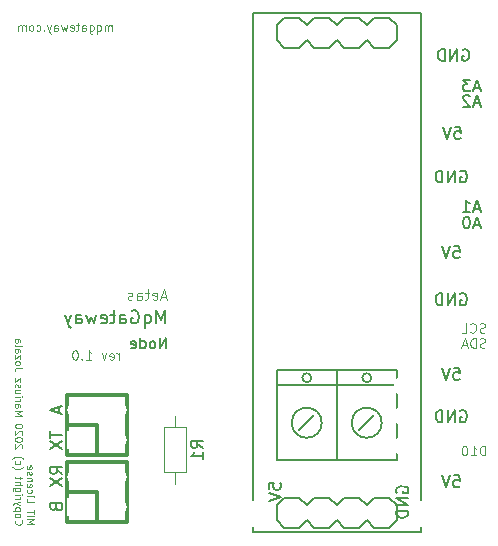
<source format=gbr>
%TF.GenerationSoftware,KiCad,Pcbnew,5.1.9-73d0e3b20d~88~ubuntu20.04.1*%
%TF.CreationDate,2021-04-29T00:31:08+02:00*%
%TF.ProjectId,Node,4e6f6465-2e6b-4696-9361-645f70636258,rev?*%
%TF.SameCoordinates,Original*%
%TF.FileFunction,Legend,Bot*%
%TF.FilePolarity,Positive*%
%FSLAX46Y46*%
G04 Gerber Fmt 4.6, Leading zero omitted, Abs format (unit mm)*
G04 Created by KiCad (PCBNEW 5.1.9-73d0e3b20d~88~ubuntu20.04.1) date 2021-04-29 00:31:08*
%MOMM*%
%LPD*%
G01*
G04 APERTURE LIST*
%ADD10C,0.090000*%
%ADD11C,0.120000*%
%ADD12C,0.100000*%
%ADD13C,0.170000*%
%ADD14C,0.130000*%
%ADD15C,0.304800*%
%ADD16C,0.127000*%
%ADD17C,0.150000*%
%ADD18O,1.400000X1.400000*%
%ADD19C,1.400000*%
%ADD20R,1.998980X1.524000*%
%ADD21O,1.998980X1.524000*%
%ADD22C,3.200000*%
%ADD23R,1.500000X1.500000*%
%ADD24C,1.500000*%
%ADD25R,1.524000X2.199640*%
%ADD26O,1.524000X2.199640*%
%ADD27O,1.300000X0.800000*%
%ADD28C,1.711200*%
%ADD29R,1.905000X2.000000*%
%ADD30O,1.905000X2.000000*%
%ADD31C,1.727200*%
%ADD32R,1.727200X1.727200*%
G04 APERTURE END LIST*
D10*
X101750000Y-86216666D02*
X101750000Y-85750000D01*
X101750000Y-85816666D02*
X101716666Y-85783333D01*
X101650000Y-85750000D01*
X101550000Y-85750000D01*
X101483333Y-85783333D01*
X101450000Y-85850000D01*
X101450000Y-86216666D01*
X101450000Y-85850000D02*
X101416666Y-85783333D01*
X101350000Y-85750000D01*
X101250000Y-85750000D01*
X101183333Y-85783333D01*
X101150000Y-85850000D01*
X101150000Y-86216666D01*
X100516666Y-85750000D02*
X100516666Y-86450000D01*
X100516666Y-86183333D02*
X100583333Y-86216666D01*
X100716666Y-86216666D01*
X100783333Y-86183333D01*
X100816666Y-86150000D01*
X100850000Y-86083333D01*
X100850000Y-85883333D01*
X100816666Y-85816666D01*
X100783333Y-85783333D01*
X100716666Y-85750000D01*
X100583333Y-85750000D01*
X100516666Y-85783333D01*
X99883333Y-85750000D02*
X99883333Y-86316666D01*
X99916666Y-86383333D01*
X99950000Y-86416666D01*
X100016666Y-86450000D01*
X100116666Y-86450000D01*
X100183333Y-86416666D01*
X99883333Y-86183333D02*
X99950000Y-86216666D01*
X100083333Y-86216666D01*
X100150000Y-86183333D01*
X100183333Y-86150000D01*
X100216666Y-86083333D01*
X100216666Y-85883333D01*
X100183333Y-85816666D01*
X100150000Y-85783333D01*
X100083333Y-85750000D01*
X99950000Y-85750000D01*
X99883333Y-85783333D01*
X99250000Y-86216666D02*
X99250000Y-85850000D01*
X99283333Y-85783333D01*
X99350000Y-85750000D01*
X99483333Y-85750000D01*
X99550000Y-85783333D01*
X99250000Y-86183333D02*
X99316666Y-86216666D01*
X99483333Y-86216666D01*
X99550000Y-86183333D01*
X99583333Y-86116666D01*
X99583333Y-86050000D01*
X99550000Y-85983333D01*
X99483333Y-85950000D01*
X99316666Y-85950000D01*
X99250000Y-85916666D01*
X99016666Y-85750000D02*
X98750000Y-85750000D01*
X98916666Y-85516666D02*
X98916666Y-86116666D01*
X98883333Y-86183333D01*
X98816666Y-86216666D01*
X98750000Y-86216666D01*
X98250000Y-86183333D02*
X98316666Y-86216666D01*
X98450000Y-86216666D01*
X98516666Y-86183333D01*
X98550000Y-86116666D01*
X98550000Y-85850000D01*
X98516666Y-85783333D01*
X98450000Y-85750000D01*
X98316666Y-85750000D01*
X98250000Y-85783333D01*
X98216666Y-85850000D01*
X98216666Y-85916666D01*
X98550000Y-85983333D01*
X97983333Y-85750000D02*
X97850000Y-86216666D01*
X97716666Y-85883333D01*
X97583333Y-86216666D01*
X97450000Y-85750000D01*
X96883333Y-86216666D02*
X96883333Y-85850000D01*
X96916666Y-85783333D01*
X96983333Y-85750000D01*
X97116666Y-85750000D01*
X97183333Y-85783333D01*
X96883333Y-86183333D02*
X96950000Y-86216666D01*
X97116666Y-86216666D01*
X97183333Y-86183333D01*
X97216666Y-86116666D01*
X97216666Y-86050000D01*
X97183333Y-85983333D01*
X97116666Y-85950000D01*
X96950000Y-85950000D01*
X96883333Y-85916666D01*
X96616666Y-85750000D02*
X96450000Y-86216666D01*
X96283333Y-85750000D02*
X96450000Y-86216666D01*
X96516666Y-86383333D01*
X96550000Y-86416666D01*
X96616666Y-86450000D01*
X96016666Y-86150000D02*
X95983333Y-86183333D01*
X96016666Y-86216666D01*
X96050000Y-86183333D01*
X96016666Y-86150000D01*
X96016666Y-86216666D01*
X95383333Y-86183333D02*
X95450000Y-86216666D01*
X95583333Y-86216666D01*
X95650000Y-86183333D01*
X95683333Y-86150000D01*
X95716666Y-86083333D01*
X95716666Y-85883333D01*
X95683333Y-85816666D01*
X95650000Y-85783333D01*
X95583333Y-85750000D01*
X95450000Y-85750000D01*
X95383333Y-85783333D01*
X94983333Y-86216666D02*
X95050000Y-86183333D01*
X95083333Y-86150000D01*
X95116666Y-86083333D01*
X95116666Y-85883333D01*
X95083333Y-85816666D01*
X95050000Y-85783333D01*
X94983333Y-85750000D01*
X94883333Y-85750000D01*
X94816666Y-85783333D01*
X94783333Y-85816666D01*
X94750000Y-85883333D01*
X94750000Y-86083333D01*
X94783333Y-86150000D01*
X94816666Y-86183333D01*
X94883333Y-86216666D01*
X94983333Y-86216666D01*
X94450000Y-86216666D02*
X94450000Y-85750000D01*
X94450000Y-85816666D02*
X94416666Y-85783333D01*
X94350000Y-85750000D01*
X94250000Y-85750000D01*
X94183333Y-85783333D01*
X94150000Y-85850000D01*
X94150000Y-86216666D01*
X94150000Y-85850000D02*
X94116666Y-85783333D01*
X94050000Y-85750000D01*
X93950000Y-85750000D01*
X93883333Y-85783333D01*
X93850000Y-85850000D01*
X93850000Y-86216666D01*
D11*
X106375809Y-108750000D02*
X105947238Y-108750000D01*
X106461523Y-109007142D02*
X106161523Y-108107142D01*
X105861523Y-109007142D01*
X105218666Y-108964285D02*
X105304380Y-109007142D01*
X105475809Y-109007142D01*
X105561523Y-108964285D01*
X105604380Y-108878571D01*
X105604380Y-108535714D01*
X105561523Y-108450000D01*
X105475809Y-108407142D01*
X105304380Y-108407142D01*
X105218666Y-108450000D01*
X105175809Y-108535714D01*
X105175809Y-108621428D01*
X105604380Y-108707142D01*
X104918666Y-108407142D02*
X104575809Y-108407142D01*
X104790095Y-108107142D02*
X104790095Y-108878571D01*
X104747238Y-108964285D01*
X104661523Y-109007142D01*
X104575809Y-109007142D01*
X103890095Y-109007142D02*
X103890095Y-108535714D01*
X103932952Y-108450000D01*
X104018666Y-108407142D01*
X104190095Y-108407142D01*
X104275809Y-108450000D01*
X103890095Y-108964285D02*
X103975809Y-109007142D01*
X104190095Y-109007142D01*
X104275809Y-108964285D01*
X104318666Y-108878571D01*
X104318666Y-108792857D01*
X104275809Y-108707142D01*
X104190095Y-108664285D01*
X103975809Y-108664285D01*
X103890095Y-108621428D01*
X103504380Y-108964285D02*
X103418666Y-109007142D01*
X103247238Y-109007142D01*
X103161523Y-108964285D01*
X103118666Y-108878571D01*
X103118666Y-108835714D01*
X103161523Y-108750000D01*
X103247238Y-108707142D01*
X103375809Y-108707142D01*
X103461523Y-108664285D01*
X103504380Y-108578571D01*
X103504380Y-108535714D01*
X103461523Y-108450000D01*
X103375809Y-108407142D01*
X103247238Y-108407142D01*
X103161523Y-108450000D01*
D12*
X102379285Y-114061904D02*
X102379285Y-113528571D01*
X102379285Y-113680952D02*
X102341190Y-113604761D01*
X102303095Y-113566666D01*
X102226904Y-113528571D01*
X102150714Y-113528571D01*
X101579285Y-114023809D02*
X101655476Y-114061904D01*
X101807857Y-114061904D01*
X101884047Y-114023809D01*
X101922142Y-113947619D01*
X101922142Y-113642857D01*
X101884047Y-113566666D01*
X101807857Y-113528571D01*
X101655476Y-113528571D01*
X101579285Y-113566666D01*
X101541190Y-113642857D01*
X101541190Y-113719047D01*
X101922142Y-113795238D01*
X101274523Y-113528571D02*
X101084047Y-114061904D01*
X100893571Y-113528571D01*
X99560238Y-114061904D02*
X100017380Y-114061904D01*
X99788809Y-114061904D02*
X99788809Y-113261904D01*
X99865000Y-113376190D01*
X99941190Y-113452380D01*
X100017380Y-113490476D01*
X99217380Y-113985714D02*
X99179285Y-114023809D01*
X99217380Y-114061904D01*
X99255476Y-114023809D01*
X99217380Y-113985714D01*
X99217380Y-114061904D01*
X98684047Y-113261904D02*
X98607857Y-113261904D01*
X98531666Y-113300000D01*
X98493571Y-113338095D01*
X98455476Y-113414285D01*
X98417380Y-113566666D01*
X98417380Y-113757142D01*
X98455476Y-113909523D01*
X98493571Y-113985714D01*
X98531666Y-114023809D01*
X98607857Y-114061904D01*
X98684047Y-114061904D01*
X98760238Y-114023809D01*
X98798333Y-113985714D01*
X98836428Y-113909523D01*
X98874523Y-113757142D01*
X98874523Y-113566666D01*
X98836428Y-113414285D01*
X98798333Y-113338095D01*
X98760238Y-113300000D01*
X98684047Y-113261904D01*
D13*
X106252833Y-110997619D02*
X106252833Y-109897619D01*
X105886166Y-110683333D01*
X105519499Y-109897619D01*
X105519499Y-110997619D01*
X104524261Y-110264285D02*
X104524261Y-111364285D01*
X104524261Y-110945238D02*
X104629023Y-110997619D01*
X104838547Y-110997619D01*
X104943309Y-110945238D01*
X104995690Y-110892857D01*
X105048071Y-110788095D01*
X105048071Y-110473809D01*
X104995690Y-110369047D01*
X104943309Y-110316666D01*
X104838547Y-110264285D01*
X104629023Y-110264285D01*
X104524261Y-110316666D01*
X103424261Y-109950000D02*
X103529023Y-109897619D01*
X103686166Y-109897619D01*
X103843309Y-109950000D01*
X103948071Y-110054761D01*
X104000452Y-110159523D01*
X104052833Y-110369047D01*
X104052833Y-110526190D01*
X104000452Y-110735714D01*
X103948071Y-110840476D01*
X103843309Y-110945238D01*
X103686166Y-110997619D01*
X103581404Y-110997619D01*
X103424261Y-110945238D01*
X103371880Y-110892857D01*
X103371880Y-110526190D01*
X103581404Y-110526190D01*
X102429023Y-110997619D02*
X102429023Y-110421428D01*
X102481404Y-110316666D01*
X102586166Y-110264285D01*
X102795690Y-110264285D01*
X102900452Y-110316666D01*
X102429023Y-110945238D02*
X102533785Y-110997619D01*
X102795690Y-110997619D01*
X102900452Y-110945238D01*
X102952833Y-110840476D01*
X102952833Y-110735714D01*
X102900452Y-110630952D01*
X102795690Y-110578571D01*
X102533785Y-110578571D01*
X102429023Y-110526190D01*
X102062357Y-110264285D02*
X101643309Y-110264285D01*
X101905214Y-109897619D02*
X101905214Y-110840476D01*
X101852833Y-110945238D01*
X101748071Y-110997619D01*
X101643309Y-110997619D01*
X100857595Y-110945238D02*
X100962357Y-110997619D01*
X101171880Y-110997619D01*
X101276642Y-110945238D01*
X101329023Y-110840476D01*
X101329023Y-110421428D01*
X101276642Y-110316666D01*
X101171880Y-110264285D01*
X100962357Y-110264285D01*
X100857595Y-110316666D01*
X100805214Y-110421428D01*
X100805214Y-110526190D01*
X101329023Y-110630952D01*
X100438547Y-110264285D02*
X100229023Y-110997619D01*
X100019499Y-110473809D01*
X99809976Y-110997619D01*
X99600452Y-110264285D01*
X98709976Y-110997619D02*
X98709976Y-110421428D01*
X98762357Y-110316666D01*
X98867118Y-110264285D01*
X99076642Y-110264285D01*
X99181404Y-110316666D01*
X98709976Y-110945238D02*
X98814738Y-110997619D01*
X99076642Y-110997619D01*
X99181404Y-110945238D01*
X99233785Y-110840476D01*
X99233785Y-110735714D01*
X99181404Y-110630952D01*
X99076642Y-110578571D01*
X98814738Y-110578571D01*
X98709976Y-110526190D01*
X98290928Y-110264285D02*
X98029023Y-110997619D01*
X97767118Y-110264285D02*
X98029023Y-110997619D01*
X98133785Y-111259523D01*
X98186166Y-111311904D01*
X98290928Y-111364285D01*
D14*
X106326452Y-113107142D02*
X106326452Y-112207142D01*
X105812166Y-113107142D01*
X105812166Y-112207142D01*
X105255023Y-113107142D02*
X105340738Y-113064285D01*
X105383595Y-113021428D01*
X105426452Y-112935714D01*
X105426452Y-112678571D01*
X105383595Y-112592857D01*
X105340738Y-112550000D01*
X105255023Y-112507142D01*
X105126452Y-112507142D01*
X105040738Y-112550000D01*
X104997880Y-112592857D01*
X104955023Y-112678571D01*
X104955023Y-112935714D01*
X104997880Y-113021428D01*
X105040738Y-113064285D01*
X105126452Y-113107142D01*
X105255023Y-113107142D01*
X104183595Y-113107142D02*
X104183595Y-112207142D01*
X104183595Y-113064285D02*
X104269309Y-113107142D01*
X104440738Y-113107142D01*
X104526452Y-113064285D01*
X104569309Y-113021428D01*
X104612166Y-112935714D01*
X104612166Y-112678571D01*
X104569309Y-112592857D01*
X104526452Y-112550000D01*
X104440738Y-112507142D01*
X104269309Y-112507142D01*
X104183595Y-112550000D01*
X103412166Y-113064285D02*
X103497880Y-113107142D01*
X103669309Y-113107142D01*
X103755023Y-113064285D01*
X103797880Y-112978571D01*
X103797880Y-112635714D01*
X103755023Y-112550000D01*
X103669309Y-112507142D01*
X103497880Y-112507142D01*
X103412166Y-112550000D01*
X103369309Y-112635714D01*
X103369309Y-112721428D01*
X103797880Y-112807142D01*
D12*
X94571428Y-127992142D02*
X95171428Y-127992142D01*
X94742857Y-127792142D01*
X95171428Y-127592142D01*
X94571428Y-127592142D01*
X94571428Y-127306428D02*
X95171428Y-127306428D01*
X95171428Y-127106428D02*
X95171428Y-126763571D01*
X94571428Y-126935000D02*
X95171428Y-126935000D01*
X94571428Y-125820714D02*
X94571428Y-126106428D01*
X95171428Y-126106428D01*
X94571428Y-125620714D02*
X94971428Y-125620714D01*
X95171428Y-125620714D02*
X95142857Y-125649285D01*
X95114285Y-125620714D01*
X95142857Y-125592142D01*
X95171428Y-125620714D01*
X95114285Y-125620714D01*
X94599999Y-125077857D02*
X94571428Y-125135000D01*
X94571428Y-125249285D01*
X94599999Y-125306428D01*
X94628571Y-125335000D01*
X94685714Y-125363571D01*
X94857142Y-125363571D01*
X94914285Y-125335000D01*
X94942857Y-125306428D01*
X94971428Y-125249285D01*
X94971428Y-125135000D01*
X94942857Y-125077857D01*
X94599999Y-124592142D02*
X94571428Y-124649285D01*
X94571428Y-124763571D01*
X94599999Y-124820714D01*
X94657142Y-124849285D01*
X94885714Y-124849285D01*
X94942857Y-124820714D01*
X94971428Y-124763571D01*
X94971428Y-124649285D01*
X94942857Y-124592142D01*
X94885714Y-124563571D01*
X94828571Y-124563571D01*
X94771428Y-124849285D01*
X94971428Y-124306428D02*
X94571428Y-124306428D01*
X94914285Y-124306428D02*
X94942857Y-124277857D01*
X94971428Y-124220714D01*
X94971428Y-124135000D01*
X94942857Y-124077857D01*
X94885714Y-124049285D01*
X94571428Y-124049285D01*
X94599999Y-123792142D02*
X94571428Y-123735000D01*
X94571428Y-123620714D01*
X94599999Y-123563571D01*
X94657142Y-123535000D01*
X94685714Y-123535000D01*
X94742857Y-123563571D01*
X94771428Y-123620714D01*
X94771428Y-123706428D01*
X94799999Y-123763571D01*
X94857142Y-123792142D01*
X94885714Y-123792142D01*
X94942857Y-123763571D01*
X94971428Y-123706428D01*
X94971428Y-123620714D01*
X94942857Y-123563571D01*
X94599999Y-123049285D02*
X94571428Y-123106428D01*
X94571428Y-123220714D01*
X94599999Y-123277857D01*
X94657142Y-123306428D01*
X94885714Y-123306428D01*
X94942857Y-123277857D01*
X94971428Y-123220714D01*
X94971428Y-123106428D01*
X94942857Y-123049285D01*
X94885714Y-123020714D01*
X94828571Y-123020714D01*
X94771428Y-123306428D01*
X93628571Y-127649285D02*
X93599999Y-127677857D01*
X93571428Y-127763571D01*
X93571428Y-127820714D01*
X93599999Y-127906428D01*
X93657142Y-127963571D01*
X93714285Y-127992142D01*
X93828571Y-128020714D01*
X93914285Y-128020714D01*
X94028571Y-127992142D01*
X94085714Y-127963571D01*
X94142857Y-127906428D01*
X94171428Y-127820714D01*
X94171428Y-127763571D01*
X94142857Y-127677857D01*
X94114285Y-127649285D01*
X93571428Y-127306428D02*
X93599999Y-127363571D01*
X93628571Y-127392142D01*
X93685714Y-127420714D01*
X93857142Y-127420714D01*
X93914285Y-127392142D01*
X93942857Y-127363571D01*
X93971428Y-127306428D01*
X93971428Y-127220714D01*
X93942857Y-127163571D01*
X93914285Y-127135000D01*
X93857142Y-127106428D01*
X93685714Y-127106428D01*
X93628571Y-127135000D01*
X93599999Y-127163571D01*
X93571428Y-127220714D01*
X93571428Y-127306428D01*
X93971428Y-126849285D02*
X93371428Y-126849285D01*
X93942857Y-126849285D02*
X93971428Y-126792142D01*
X93971428Y-126677857D01*
X93942857Y-126620714D01*
X93914285Y-126592142D01*
X93857142Y-126563571D01*
X93685714Y-126563571D01*
X93628571Y-126592142D01*
X93599999Y-126620714D01*
X93571428Y-126677857D01*
X93571428Y-126792142D01*
X93599999Y-126849285D01*
X93971428Y-126363571D02*
X93571428Y-126220714D01*
X93971428Y-126077857D02*
X93571428Y-126220714D01*
X93428571Y-126277857D01*
X93399999Y-126306428D01*
X93371428Y-126363571D01*
X93571428Y-125849285D02*
X93971428Y-125849285D01*
X93857142Y-125849285D02*
X93914285Y-125820714D01*
X93942857Y-125792142D01*
X93971428Y-125735000D01*
X93971428Y-125677857D01*
X93571428Y-125477857D02*
X93971428Y-125477857D01*
X94171428Y-125477857D02*
X94142857Y-125506428D01*
X94114285Y-125477857D01*
X94142857Y-125449285D01*
X94171428Y-125477857D01*
X94114285Y-125477857D01*
X93971428Y-124935000D02*
X93485714Y-124935000D01*
X93428571Y-124963571D01*
X93399999Y-124992142D01*
X93371428Y-125049285D01*
X93371428Y-125135000D01*
X93399999Y-125192142D01*
X93599999Y-124935000D02*
X93571428Y-124992142D01*
X93571428Y-125106428D01*
X93599999Y-125163571D01*
X93628571Y-125192142D01*
X93685714Y-125220714D01*
X93857142Y-125220714D01*
X93914285Y-125192142D01*
X93942857Y-125163571D01*
X93971428Y-125106428D01*
X93971428Y-124992142D01*
X93942857Y-124935000D01*
X93571428Y-124649285D02*
X94171428Y-124649285D01*
X93571428Y-124392142D02*
X93885714Y-124392142D01*
X93942857Y-124420714D01*
X93971428Y-124477857D01*
X93971428Y-124563571D01*
X93942857Y-124620714D01*
X93914285Y-124649285D01*
X93971428Y-124192142D02*
X93971428Y-123963571D01*
X94171428Y-124106428D02*
X93657142Y-124106428D01*
X93599999Y-124077857D01*
X93571428Y-124020714D01*
X93571428Y-123963571D01*
X93342857Y-123135000D02*
X93371428Y-123163571D01*
X93457142Y-123220714D01*
X93514285Y-123249285D01*
X93599999Y-123277857D01*
X93742857Y-123306428D01*
X93857142Y-123306428D01*
X93999999Y-123277857D01*
X94085714Y-123249285D01*
X94142857Y-123220714D01*
X94228571Y-123163571D01*
X94257142Y-123135000D01*
X93599999Y-122649285D02*
X93571428Y-122706428D01*
X93571428Y-122820714D01*
X93599999Y-122877857D01*
X93628571Y-122906428D01*
X93685714Y-122935000D01*
X93857142Y-122935000D01*
X93914285Y-122906428D01*
X93942857Y-122877857D01*
X93971428Y-122820714D01*
X93971428Y-122706428D01*
X93942857Y-122649285D01*
X93342857Y-122449285D02*
X93371428Y-122420714D01*
X93457142Y-122363571D01*
X93514285Y-122335000D01*
X93599999Y-122306428D01*
X93742857Y-122277857D01*
X93857142Y-122277857D01*
X93999999Y-122306428D01*
X94085714Y-122335000D01*
X94142857Y-122363571D01*
X94228571Y-122420714D01*
X94257142Y-122449285D01*
X94114285Y-121563571D02*
X94142857Y-121535000D01*
X94171428Y-121477857D01*
X94171428Y-121335000D01*
X94142857Y-121277857D01*
X94114285Y-121249285D01*
X94057142Y-121220714D01*
X93999999Y-121220714D01*
X93914285Y-121249285D01*
X93571428Y-121592142D01*
X93571428Y-121220714D01*
X94171428Y-120849285D02*
X94171428Y-120792142D01*
X94142857Y-120735000D01*
X94114285Y-120706428D01*
X94057142Y-120677857D01*
X93942857Y-120649285D01*
X93799999Y-120649285D01*
X93685714Y-120677857D01*
X93628571Y-120706428D01*
X93599999Y-120735000D01*
X93571428Y-120792142D01*
X93571428Y-120849285D01*
X93599999Y-120906428D01*
X93628571Y-120935000D01*
X93685714Y-120963571D01*
X93799999Y-120992142D01*
X93942857Y-120992142D01*
X94057142Y-120963571D01*
X94114285Y-120935000D01*
X94142857Y-120906428D01*
X94171428Y-120849285D01*
X94114285Y-120420714D02*
X94142857Y-120392142D01*
X94171428Y-120335000D01*
X94171428Y-120192142D01*
X94142857Y-120135000D01*
X94114285Y-120106428D01*
X94057142Y-120077857D01*
X93999999Y-120077857D01*
X93914285Y-120106428D01*
X93571428Y-120449285D01*
X93571428Y-120077857D01*
X94171428Y-119706428D02*
X94171428Y-119649285D01*
X94142857Y-119592142D01*
X94114285Y-119563571D01*
X94057142Y-119535000D01*
X93942857Y-119506428D01*
X93799999Y-119506428D01*
X93685714Y-119535000D01*
X93628571Y-119563571D01*
X93599999Y-119592142D01*
X93571428Y-119649285D01*
X93571428Y-119706428D01*
X93599999Y-119763571D01*
X93628571Y-119792142D01*
X93685714Y-119820714D01*
X93799999Y-119849285D01*
X93942857Y-119849285D01*
X94057142Y-119820714D01*
X94114285Y-119792142D01*
X94142857Y-119763571D01*
X94171428Y-119706428D01*
X93571428Y-118792142D02*
X94171428Y-118792142D01*
X93742857Y-118592142D01*
X94171428Y-118392142D01*
X93571428Y-118392142D01*
X93571428Y-117849285D02*
X93885714Y-117849285D01*
X93942857Y-117877857D01*
X93971428Y-117935000D01*
X93971428Y-118049285D01*
X93942857Y-118106428D01*
X93599999Y-117849285D02*
X93571428Y-117906428D01*
X93571428Y-118049285D01*
X93599999Y-118106428D01*
X93657142Y-118135000D01*
X93714285Y-118135000D01*
X93771428Y-118106428D01*
X93799999Y-118049285D01*
X93799999Y-117906428D01*
X93828571Y-117849285D01*
X93571428Y-117563571D02*
X93971428Y-117563571D01*
X93857142Y-117563571D02*
X93914285Y-117535000D01*
X93942857Y-117506428D01*
X93971428Y-117449285D01*
X93971428Y-117392142D01*
X93571428Y-117192142D02*
X93971428Y-117192142D01*
X94171428Y-117192142D02*
X94142857Y-117220714D01*
X94114285Y-117192142D01*
X94142857Y-117163571D01*
X94171428Y-117192142D01*
X94114285Y-117192142D01*
X93971428Y-116649285D02*
X93571428Y-116649285D01*
X93971428Y-116906428D02*
X93657142Y-116906428D01*
X93599999Y-116877857D01*
X93571428Y-116820714D01*
X93571428Y-116735000D01*
X93599999Y-116677857D01*
X93628571Y-116649285D01*
X93599999Y-116392142D02*
X93571428Y-116335000D01*
X93571428Y-116220714D01*
X93599999Y-116163571D01*
X93657142Y-116135000D01*
X93685714Y-116135000D01*
X93742857Y-116163571D01*
X93771428Y-116220714D01*
X93771428Y-116306428D01*
X93799999Y-116363571D01*
X93857142Y-116392142D01*
X93885714Y-116392142D01*
X93942857Y-116363571D01*
X93971428Y-116306428D01*
X93971428Y-116220714D01*
X93942857Y-116163571D01*
X93971428Y-115935000D02*
X93971428Y-115620714D01*
X93571428Y-115935000D01*
X93571428Y-115620714D01*
X94171428Y-114763571D02*
X93742857Y-114763571D01*
X93657142Y-114792142D01*
X93599999Y-114849285D01*
X93571428Y-114935000D01*
X93571428Y-114992142D01*
X93571428Y-114392142D02*
X93599999Y-114449285D01*
X93628571Y-114477857D01*
X93685714Y-114506428D01*
X93857142Y-114506428D01*
X93914285Y-114477857D01*
X93942857Y-114449285D01*
X93971428Y-114392142D01*
X93971428Y-114306428D01*
X93942857Y-114249285D01*
X93914285Y-114220714D01*
X93857142Y-114192142D01*
X93685714Y-114192142D01*
X93628571Y-114220714D01*
X93599999Y-114249285D01*
X93571428Y-114306428D01*
X93571428Y-114392142D01*
X93971428Y-113992142D02*
X93971428Y-113677857D01*
X93571428Y-113992142D01*
X93571428Y-113677857D01*
X93571428Y-113192142D02*
X93885714Y-113192142D01*
X93942857Y-113220714D01*
X93971428Y-113277857D01*
X93971428Y-113392142D01*
X93942857Y-113449285D01*
X93599999Y-113192142D02*
X93571428Y-113249285D01*
X93571428Y-113392142D01*
X93599999Y-113449285D01*
X93657142Y-113477857D01*
X93714285Y-113477857D01*
X93771428Y-113449285D01*
X93799999Y-113392142D01*
X93799999Y-113249285D01*
X93828571Y-113192142D01*
X93571428Y-112820714D02*
X93599999Y-112877857D01*
X93657142Y-112906428D01*
X94171428Y-112906428D01*
X93571428Y-112335000D02*
X93885714Y-112335000D01*
X93942857Y-112363571D01*
X93971428Y-112420714D01*
X93971428Y-112535000D01*
X93942857Y-112592142D01*
X93599999Y-112335000D02*
X93571428Y-112392142D01*
X93571428Y-112535000D01*
X93599999Y-112592142D01*
X93657142Y-112620714D01*
X93714285Y-112620714D01*
X93771428Y-112592142D01*
X93799999Y-112535000D01*
X93799999Y-112392142D01*
X93828571Y-112335000D01*
D11*
%TO.C,R1*%
X107100000Y-118820000D02*
X107100000Y-119770000D01*
X107100000Y-124560000D02*
X107100000Y-123610000D01*
X108020000Y-119770000D02*
X108020000Y-123610000D01*
X106180000Y-119770000D02*
X108020000Y-119770000D01*
X106180000Y-123610000D02*
X106180000Y-119770000D01*
X108020000Y-123610000D02*
X106180000Y-123610000D01*
D15*
%TO.C,J2*%
X103040000Y-127840000D02*
X97960000Y-127840000D01*
X100500000Y-125300000D02*
X97960000Y-125300000D01*
X100500000Y-127840000D02*
X100500000Y-125300000D01*
X97960000Y-122760000D02*
X97960000Y-127840000D01*
X103040000Y-122760000D02*
X97960000Y-122760000D01*
X103040000Y-127840000D02*
X103040000Y-122760000D01*
%TO.C,J3*%
X103040000Y-122140000D02*
X97960000Y-122140000D01*
X100500000Y-119600000D02*
X97960000Y-119600000D01*
X100500000Y-122140000D02*
X100500000Y-119600000D01*
X97960000Y-117060000D02*
X97960000Y-122140000D01*
X103040000Y-117060000D02*
X97960000Y-117060000D01*
X103040000Y-122140000D02*
X103040000Y-117060000D01*
D16*
%TO.C,U1*%
X113688000Y-84729000D02*
X113688000Y-128671000D01*
X113688000Y-128671000D02*
X127912000Y-128671000D01*
X127912000Y-128671000D02*
X127912000Y-84729000D01*
X127912000Y-84729000D02*
X113688000Y-84729000D01*
X125880000Y-122575000D02*
X125880000Y-116225000D01*
X125880000Y-116225000D02*
X125880000Y-114955000D01*
X125880000Y-114955000D02*
X120800000Y-114955000D01*
X120800000Y-114955000D02*
X115720000Y-114955000D01*
X115720000Y-114955000D02*
X115720000Y-116225000D01*
X115720000Y-116225000D02*
X115720000Y-122575000D01*
X115720000Y-122575000D02*
X120800000Y-122575000D01*
X120800000Y-122575000D02*
X125880000Y-122575000D01*
X120800000Y-114955000D02*
X120800000Y-122575000D01*
X124610000Y-119400000D02*
G75*
G03*
X124610000Y-119400000I-1270000J0D01*
G01*
X119530000Y-119400000D02*
G75*
G03*
X119530000Y-119400000I-1270000J0D01*
G01*
X123721000Y-115590000D02*
G75*
G03*
X123721000Y-115590000I-381000J0D01*
G01*
X118641000Y-115590000D02*
G75*
G03*
X118641000Y-115590000I-381000J0D01*
G01*
X125880000Y-116225000D02*
X115720000Y-116225000D01*
X123975000Y-118765000D02*
X122705000Y-120035000D01*
X118895000Y-118765000D02*
X117625000Y-120035000D01*
X116355000Y-85110000D02*
X115720000Y-85745000D01*
X115720000Y-85745000D02*
X115720000Y-87015000D01*
X115720000Y-87015000D02*
X116355000Y-87650000D01*
X116355000Y-87650000D02*
X117625000Y-87650000D01*
X117625000Y-87650000D02*
X118260000Y-87015000D01*
X118260000Y-87015000D02*
X118895000Y-87650000D01*
X118895000Y-87650000D02*
X120165000Y-87650000D01*
X120165000Y-87650000D02*
X120800000Y-87015000D01*
X120800000Y-87015000D02*
X121435000Y-87650000D01*
X121435000Y-87650000D02*
X122705000Y-87650000D01*
X122705000Y-87650000D02*
X123340000Y-87015000D01*
X123340000Y-87015000D02*
X123975000Y-87650000D01*
X123975000Y-87650000D02*
X125245000Y-87650000D01*
X125245000Y-87650000D02*
X125880000Y-87015000D01*
X125880000Y-87015000D02*
X125880000Y-85745000D01*
X125880000Y-85745000D02*
X125245000Y-85110000D01*
X125245000Y-85110000D02*
X123975000Y-85110000D01*
X123975000Y-85110000D02*
X123340000Y-85745000D01*
X123340000Y-85745000D02*
X122705000Y-85110000D01*
X122705000Y-85110000D02*
X121435000Y-85110000D01*
X121435000Y-85110000D02*
X120800000Y-85745000D01*
X120800000Y-85745000D02*
X120165000Y-85110000D01*
X120165000Y-85110000D02*
X118895000Y-85110000D01*
X118895000Y-85110000D02*
X118260000Y-85745000D01*
X118260000Y-85745000D02*
X117625000Y-85110000D01*
X117625000Y-85110000D02*
X116355000Y-85110000D01*
X125245000Y-128290000D02*
X125880000Y-127655000D01*
X125880000Y-127655000D02*
X125880000Y-126385000D01*
X125880000Y-126385000D02*
X125245000Y-125750000D01*
X125245000Y-125750000D02*
X123975000Y-125750000D01*
X123975000Y-125750000D02*
X123340000Y-126385000D01*
X123340000Y-126385000D02*
X122705000Y-125750000D01*
X122705000Y-125750000D02*
X121435000Y-125750000D01*
X121435000Y-125750000D02*
X120800000Y-126385000D01*
X120800000Y-126385000D02*
X120165000Y-125750000D01*
X120165000Y-125750000D02*
X118895000Y-125750000D01*
X118895000Y-125750000D02*
X118260000Y-126385000D01*
X118260000Y-126385000D02*
X117625000Y-125750000D01*
X117625000Y-125750000D02*
X116355000Y-125750000D01*
X116355000Y-125750000D02*
X115720000Y-126385000D01*
X115720000Y-126385000D02*
X115720000Y-127655000D01*
X115720000Y-127655000D02*
X116355000Y-128290000D01*
X116355000Y-128290000D02*
X117625000Y-128290000D01*
X117625000Y-128290000D02*
X118260000Y-127655000D01*
X118260000Y-127655000D02*
X118895000Y-128290000D01*
X118895000Y-128290000D02*
X120165000Y-128290000D01*
X120165000Y-128290000D02*
X120800000Y-127655000D01*
X120800000Y-127655000D02*
X121435000Y-128290000D01*
X121435000Y-128290000D02*
X122705000Y-128290000D01*
X122705000Y-128290000D02*
X123340000Y-127655000D01*
X123340000Y-127655000D02*
X123975000Y-128290000D01*
X123975000Y-128290000D02*
X125245000Y-128290000D01*
%TO.C,R1*%
D17*
X109472380Y-121523333D02*
X108996190Y-121190000D01*
X109472380Y-120951904D02*
X108472380Y-120951904D01*
X108472380Y-121332857D01*
X108520000Y-121428095D01*
X108567619Y-121475714D01*
X108662857Y-121523333D01*
X108805714Y-121523333D01*
X108900952Y-121475714D01*
X108948571Y-121428095D01*
X108996190Y-121332857D01*
X108996190Y-120951904D01*
X109472380Y-122475714D02*
X109472380Y-121904285D01*
X109472380Y-122190000D02*
X108472380Y-122190000D01*
X108615238Y-122094761D01*
X108710476Y-121999523D01*
X108758095Y-121904285D01*
%TO.C,J2*%
X97552380Y-123733333D02*
X97076190Y-123400000D01*
X97552380Y-123161904D02*
X96552380Y-123161904D01*
X96552380Y-123542857D01*
X96600000Y-123638095D01*
X96647619Y-123685714D01*
X96742857Y-123733333D01*
X96885714Y-123733333D01*
X96980952Y-123685714D01*
X97028571Y-123638095D01*
X97076190Y-123542857D01*
X97076190Y-123161904D01*
X96552380Y-124066666D02*
X97552380Y-124733333D01*
X96552380Y-124733333D02*
X97552380Y-124066666D01*
X97028571Y-126571428D02*
X97076190Y-126714285D01*
X97123809Y-126761904D01*
X97219047Y-126809523D01*
X97361904Y-126809523D01*
X97457142Y-126761904D01*
X97504761Y-126714285D01*
X97552380Y-126619047D01*
X97552380Y-126238095D01*
X96552380Y-126238095D01*
X96552380Y-126571428D01*
X96600000Y-126666666D01*
X96647619Y-126714285D01*
X96742857Y-126761904D01*
X96838095Y-126761904D01*
X96933333Y-126714285D01*
X96980952Y-126666666D01*
X97028571Y-126571428D01*
X97028571Y-126238095D01*
%TO.C,J3*%
X97266666Y-118061904D02*
X97266666Y-118538095D01*
X97552380Y-117966666D02*
X96552380Y-118300000D01*
X97552380Y-118633333D01*
X96552380Y-120138095D02*
X96552380Y-120709523D01*
X97552380Y-120423809D02*
X96552380Y-120423809D01*
X96552380Y-120947619D02*
X97552380Y-121614285D01*
X96552380Y-121614285D02*
X97552380Y-120947619D01*
%TO.C,OUT1*%
X131461904Y-87800000D02*
X131557142Y-87752380D01*
X131700000Y-87752380D01*
X131842857Y-87800000D01*
X131938095Y-87895238D01*
X131985714Y-87990476D01*
X132033333Y-88180952D01*
X132033333Y-88323809D01*
X131985714Y-88514285D01*
X131938095Y-88609523D01*
X131842857Y-88704761D01*
X131700000Y-88752380D01*
X131604761Y-88752380D01*
X131461904Y-88704761D01*
X131414285Y-88657142D01*
X131414285Y-88323809D01*
X131604761Y-88323809D01*
X130985714Y-88752380D02*
X130985714Y-87752380D01*
X130414285Y-88752380D01*
X130414285Y-87752380D01*
X129938095Y-88752380D02*
X129938095Y-87752380D01*
X129700000Y-87752380D01*
X129557142Y-87800000D01*
X129461904Y-87895238D01*
X129414285Y-87990476D01*
X129366666Y-88180952D01*
X129366666Y-88323809D01*
X129414285Y-88514285D01*
X129461904Y-88609523D01*
X129557142Y-88704761D01*
X129700000Y-88752380D01*
X129938095Y-88752380D01*
X130790476Y-94352380D02*
X131266666Y-94352380D01*
X131314285Y-94828571D01*
X131266666Y-94780952D01*
X131171428Y-94733333D01*
X130933333Y-94733333D01*
X130838095Y-94780952D01*
X130790476Y-94828571D01*
X130742857Y-94923809D01*
X130742857Y-95161904D01*
X130790476Y-95257142D01*
X130838095Y-95304761D01*
X130933333Y-95352380D01*
X131171428Y-95352380D01*
X131266666Y-95304761D01*
X131314285Y-95257142D01*
X130457142Y-94352380D02*
X130123809Y-95352380D01*
X129790476Y-94352380D01*
X132914285Y-92366666D02*
X132438095Y-92366666D01*
X133009523Y-92652380D02*
X132676190Y-91652380D01*
X132342857Y-92652380D01*
X132057142Y-91747619D02*
X132009523Y-91700000D01*
X131914285Y-91652380D01*
X131676190Y-91652380D01*
X131580952Y-91700000D01*
X131533333Y-91747619D01*
X131485714Y-91842857D01*
X131485714Y-91938095D01*
X131533333Y-92080952D01*
X132104761Y-92652380D01*
X131485714Y-92652380D01*
X132914285Y-91066666D02*
X132438095Y-91066666D01*
X133009523Y-91352380D02*
X132676190Y-90352380D01*
X132342857Y-91352380D01*
X132104761Y-90352380D02*
X131485714Y-90352380D01*
X131819047Y-90733333D01*
X131676190Y-90733333D01*
X131580952Y-90780952D01*
X131533333Y-90828571D01*
X131485714Y-90923809D01*
X131485714Y-91161904D01*
X131533333Y-91257142D01*
X131580952Y-91304761D01*
X131676190Y-91352380D01*
X131961904Y-91352380D01*
X132057142Y-91304761D01*
X132104761Y-91257142D01*
%TO.C,OUT2*%
X130690476Y-104452380D02*
X131166666Y-104452380D01*
X131214285Y-104928571D01*
X131166666Y-104880952D01*
X131071428Y-104833333D01*
X130833333Y-104833333D01*
X130738095Y-104880952D01*
X130690476Y-104928571D01*
X130642857Y-105023809D01*
X130642857Y-105261904D01*
X130690476Y-105357142D01*
X130738095Y-105404761D01*
X130833333Y-105452380D01*
X131071428Y-105452380D01*
X131166666Y-105404761D01*
X131214285Y-105357142D01*
X130357142Y-104452380D02*
X130023809Y-105452380D01*
X129690476Y-104452380D01*
X131261904Y-98100000D02*
X131357142Y-98052380D01*
X131500000Y-98052380D01*
X131642857Y-98100000D01*
X131738095Y-98195238D01*
X131785714Y-98290476D01*
X131833333Y-98480952D01*
X131833333Y-98623809D01*
X131785714Y-98814285D01*
X131738095Y-98909523D01*
X131642857Y-99004761D01*
X131500000Y-99052380D01*
X131404761Y-99052380D01*
X131261904Y-99004761D01*
X131214285Y-98957142D01*
X131214285Y-98623809D01*
X131404761Y-98623809D01*
X130785714Y-99052380D02*
X130785714Y-98052380D01*
X130214285Y-99052380D01*
X130214285Y-98052380D01*
X129738095Y-99052380D02*
X129738095Y-98052380D01*
X129500000Y-98052380D01*
X129357142Y-98100000D01*
X129261904Y-98195238D01*
X129214285Y-98290476D01*
X129166666Y-98480952D01*
X129166666Y-98623809D01*
X129214285Y-98814285D01*
X129261904Y-98909523D01*
X129357142Y-99004761D01*
X129500000Y-99052380D01*
X129738095Y-99052380D01*
X132914285Y-102666666D02*
X132438095Y-102666666D01*
X133009523Y-102952380D02*
X132676190Y-101952380D01*
X132342857Y-102952380D01*
X131819047Y-101952380D02*
X131723809Y-101952380D01*
X131628571Y-102000000D01*
X131580952Y-102047619D01*
X131533333Y-102142857D01*
X131485714Y-102333333D01*
X131485714Y-102571428D01*
X131533333Y-102761904D01*
X131580952Y-102857142D01*
X131628571Y-102904761D01*
X131723809Y-102952380D01*
X131819047Y-102952380D01*
X131914285Y-102904761D01*
X131961904Y-102857142D01*
X132009523Y-102761904D01*
X132057142Y-102571428D01*
X132057142Y-102333333D01*
X132009523Y-102142857D01*
X131961904Y-102047619D01*
X131914285Y-102000000D01*
X131819047Y-101952380D01*
X132914285Y-101266666D02*
X132438095Y-101266666D01*
X133009523Y-101552380D02*
X132676190Y-100552380D01*
X132342857Y-101552380D01*
X131485714Y-101552380D02*
X132057142Y-101552380D01*
X131771428Y-101552380D02*
X131771428Y-100552380D01*
X131866666Y-100695238D01*
X131961904Y-100790476D01*
X132057142Y-100838095D01*
%TO.C,OUT3*%
X130690476Y-114752380D02*
X131166666Y-114752380D01*
X131214285Y-115228571D01*
X131166666Y-115180952D01*
X131071428Y-115133333D01*
X130833333Y-115133333D01*
X130738095Y-115180952D01*
X130690476Y-115228571D01*
X130642857Y-115323809D01*
X130642857Y-115561904D01*
X130690476Y-115657142D01*
X130738095Y-115704761D01*
X130833333Y-115752380D01*
X131071428Y-115752380D01*
X131166666Y-115704761D01*
X131214285Y-115657142D01*
X130357142Y-114752380D02*
X130023809Y-115752380D01*
X129690476Y-114752380D01*
X131261904Y-108500000D02*
X131357142Y-108452380D01*
X131500000Y-108452380D01*
X131642857Y-108500000D01*
X131738095Y-108595238D01*
X131785714Y-108690476D01*
X131833333Y-108880952D01*
X131833333Y-109023809D01*
X131785714Y-109214285D01*
X131738095Y-109309523D01*
X131642857Y-109404761D01*
X131500000Y-109452380D01*
X131404761Y-109452380D01*
X131261904Y-109404761D01*
X131214285Y-109357142D01*
X131214285Y-109023809D01*
X131404761Y-109023809D01*
X130785714Y-109452380D02*
X130785714Y-108452380D01*
X130214285Y-109452380D01*
X130214285Y-108452380D01*
X129738095Y-109452380D02*
X129738095Y-108452380D01*
X129500000Y-108452380D01*
X129357142Y-108500000D01*
X129261904Y-108595238D01*
X129214285Y-108690476D01*
X129166666Y-108880952D01*
X129166666Y-109023809D01*
X129214285Y-109214285D01*
X129261904Y-109309523D01*
X129357142Y-109404761D01*
X129500000Y-109452380D01*
X129738095Y-109452380D01*
D11*
X133371428Y-113023809D02*
X133257142Y-113061904D01*
X133066666Y-113061904D01*
X132990476Y-113023809D01*
X132952380Y-112985714D01*
X132914285Y-112909523D01*
X132914285Y-112833333D01*
X132952380Y-112757142D01*
X132990476Y-112719047D01*
X133066666Y-112680952D01*
X133219047Y-112642857D01*
X133295238Y-112604761D01*
X133333333Y-112566666D01*
X133371428Y-112490476D01*
X133371428Y-112414285D01*
X133333333Y-112338095D01*
X133295238Y-112300000D01*
X133219047Y-112261904D01*
X133028571Y-112261904D01*
X132914285Y-112300000D01*
X132571428Y-113061904D02*
X132571428Y-112261904D01*
X132380952Y-112261904D01*
X132266666Y-112300000D01*
X132190476Y-112376190D01*
X132152380Y-112452380D01*
X132114285Y-112604761D01*
X132114285Y-112719047D01*
X132152380Y-112871428D01*
X132190476Y-112947619D01*
X132266666Y-113023809D01*
X132380952Y-113061904D01*
X132571428Y-113061904D01*
X131809523Y-112833333D02*
X131428571Y-112833333D01*
X131885714Y-113061904D02*
X131619047Y-112261904D01*
X131352380Y-113061904D01*
X133352380Y-111723809D02*
X133238095Y-111761904D01*
X133047619Y-111761904D01*
X132971428Y-111723809D01*
X132933333Y-111685714D01*
X132895238Y-111609523D01*
X132895238Y-111533333D01*
X132933333Y-111457142D01*
X132971428Y-111419047D01*
X133047619Y-111380952D01*
X133200000Y-111342857D01*
X133276190Y-111304761D01*
X133314285Y-111266666D01*
X133352380Y-111190476D01*
X133352380Y-111114285D01*
X133314285Y-111038095D01*
X133276190Y-111000000D01*
X133200000Y-110961904D01*
X133009523Y-110961904D01*
X132895238Y-111000000D01*
X132095238Y-111685714D02*
X132133333Y-111723809D01*
X132247619Y-111761904D01*
X132323809Y-111761904D01*
X132438095Y-111723809D01*
X132514285Y-111647619D01*
X132552380Y-111571428D01*
X132590476Y-111419047D01*
X132590476Y-111304761D01*
X132552380Y-111152380D01*
X132514285Y-111076190D01*
X132438095Y-111000000D01*
X132323809Y-110961904D01*
X132247619Y-110961904D01*
X132133333Y-111000000D01*
X132095238Y-111038095D01*
X131371428Y-111761904D02*
X131752380Y-111761904D01*
X131752380Y-110961904D01*
%TO.C,OUT4*%
D17*
X131261904Y-118400000D02*
X131357142Y-118352380D01*
X131500000Y-118352380D01*
X131642857Y-118400000D01*
X131738095Y-118495238D01*
X131785714Y-118590476D01*
X131833333Y-118780952D01*
X131833333Y-118923809D01*
X131785714Y-119114285D01*
X131738095Y-119209523D01*
X131642857Y-119304761D01*
X131500000Y-119352380D01*
X131404761Y-119352380D01*
X131261904Y-119304761D01*
X131214285Y-119257142D01*
X131214285Y-118923809D01*
X131404761Y-118923809D01*
X130785714Y-119352380D02*
X130785714Y-118352380D01*
X130214285Y-119352380D01*
X130214285Y-118352380D01*
X129738095Y-119352380D02*
X129738095Y-118352380D01*
X129500000Y-118352380D01*
X129357142Y-118400000D01*
X129261904Y-118495238D01*
X129214285Y-118590476D01*
X129166666Y-118780952D01*
X129166666Y-118923809D01*
X129214285Y-119114285D01*
X129261904Y-119209523D01*
X129357142Y-119304761D01*
X129500000Y-119352380D01*
X129738095Y-119352380D01*
X130690476Y-123852380D02*
X131166666Y-123852380D01*
X131214285Y-124328571D01*
X131166666Y-124280952D01*
X131071428Y-124233333D01*
X130833333Y-124233333D01*
X130738095Y-124280952D01*
X130690476Y-124328571D01*
X130642857Y-124423809D01*
X130642857Y-124661904D01*
X130690476Y-124757142D01*
X130738095Y-124804761D01*
X130833333Y-124852380D01*
X131071428Y-124852380D01*
X131166666Y-124804761D01*
X131214285Y-124757142D01*
X130357142Y-123852380D02*
X130023809Y-124852380D01*
X129690476Y-123852380D01*
D11*
X133371428Y-122161904D02*
X133371428Y-121361904D01*
X133180952Y-121361904D01*
X133066666Y-121400000D01*
X132990476Y-121476190D01*
X132952380Y-121552380D01*
X132914285Y-121704761D01*
X132914285Y-121819047D01*
X132952380Y-121971428D01*
X132990476Y-122047619D01*
X133066666Y-122123809D01*
X133180952Y-122161904D01*
X133371428Y-122161904D01*
X132152380Y-122161904D02*
X132609523Y-122161904D01*
X132380952Y-122161904D02*
X132380952Y-121361904D01*
X132457142Y-121476190D01*
X132533333Y-121552380D01*
X132609523Y-121590476D01*
X131657142Y-121361904D02*
X131580952Y-121361904D01*
X131504761Y-121400000D01*
X131466666Y-121438095D01*
X131428571Y-121514285D01*
X131390476Y-121666666D01*
X131390476Y-121857142D01*
X131428571Y-122009523D01*
X131466666Y-122085714D01*
X131504761Y-122123809D01*
X131580952Y-122161904D01*
X131657142Y-122161904D01*
X131733333Y-122123809D01*
X131771428Y-122085714D01*
X131809523Y-122009523D01*
X131847619Y-121857142D01*
X131847619Y-121666666D01*
X131809523Y-121514285D01*
X131771428Y-121438095D01*
X131733333Y-121400000D01*
X131657142Y-121361904D01*
%TO.C,U1*%
D17*
X115052380Y-125009523D02*
X115052380Y-124533333D01*
X115528571Y-124485714D01*
X115480952Y-124533333D01*
X115433333Y-124628571D01*
X115433333Y-124866666D01*
X115480952Y-124961904D01*
X115528571Y-125009523D01*
X115623809Y-125057142D01*
X115861904Y-125057142D01*
X115957142Y-125009523D01*
X116004761Y-124961904D01*
X116052380Y-124866666D01*
X116052380Y-124628571D01*
X116004761Y-124533333D01*
X115957142Y-124485714D01*
X115052380Y-125342857D02*
X116052380Y-125676190D01*
X115052380Y-126009523D01*
X125900000Y-125338095D02*
X125852380Y-125242857D01*
X125852380Y-125100000D01*
X125900000Y-124957142D01*
X125995238Y-124861904D01*
X126090476Y-124814285D01*
X126280952Y-124766666D01*
X126423809Y-124766666D01*
X126614285Y-124814285D01*
X126709523Y-124861904D01*
X126804761Y-124957142D01*
X126852380Y-125100000D01*
X126852380Y-125195238D01*
X126804761Y-125338095D01*
X126757142Y-125385714D01*
X126423809Y-125385714D01*
X126423809Y-125195238D01*
X126852380Y-125814285D02*
X125852380Y-125814285D01*
X126852380Y-126385714D01*
X125852380Y-126385714D01*
X126852380Y-126861904D02*
X125852380Y-126861904D01*
X125852380Y-127100000D01*
X125900000Y-127242857D01*
X125995238Y-127338095D01*
X126090476Y-127385714D01*
X126280952Y-127433333D01*
X126423809Y-127433333D01*
X126614285Y-127385714D01*
X126709523Y-127338095D01*
X126804761Y-127242857D01*
X126852380Y-127100000D01*
X126852380Y-126861904D01*
%TD*%
%LPC*%
D18*
%TO.C,R1*%
X107100000Y-117880000D03*
D19*
X107100000Y-125500000D03*
%TD*%
D20*
%TO.C,J1*%
X108318920Y-88970000D03*
D21*
X105281080Y-88970000D03*
X108318920Y-86430000D03*
X105281080Y-86430000D03*
%TD*%
D20*
%TO.C,J2*%
X98981080Y-126570000D03*
D21*
X102018920Y-126570000D03*
X98981080Y-124030000D03*
X102018920Y-124030000D03*
%TD*%
D20*
%TO.C,J3*%
X98981080Y-120870000D03*
D21*
X102018920Y-120870000D03*
X98981080Y-118330000D03*
X102018920Y-118330000D03*
%TD*%
D22*
%TO.C,J4*%
X106660000Y-102250000D03*
X95230000Y-102250000D03*
D23*
X96500000Y-95900000D03*
D24*
X97770000Y-93360000D03*
X99040000Y-95900000D03*
X100310000Y-93360000D03*
X101580000Y-95900000D03*
X102850000Y-93360000D03*
X104120000Y-95900000D03*
X105390000Y-93360000D03*
%TD*%
D25*
%TO.C,JP1*%
X127730000Y-127100000D03*
D26*
X130270000Y-127100000D03*
%TD*%
%TO.C,JP2*%
X113670000Y-127100000D03*
D25*
X111130000Y-127100000D03*
%TD*%
%TO.C,OUT1*%
G36*
G01*
X130050000Y-89200000D02*
X130950000Y-89200000D01*
G75*
G02*
X131150000Y-89400000I0J-200000D01*
G01*
X131150000Y-89800000D01*
G75*
G02*
X130950000Y-90000000I-200000J0D01*
G01*
X130050000Y-90000000D01*
G75*
G02*
X129850000Y-89800000I0J200000D01*
G01*
X129850000Y-89400000D01*
G75*
G02*
X130050000Y-89200000I200000J0D01*
G01*
G37*
D27*
X130500000Y-90850000D03*
X130500000Y-92100000D03*
X130500000Y-93350000D03*
%TD*%
%TO.C,OUT2*%
X130500000Y-103650000D03*
X130500000Y-102400000D03*
X130500000Y-101150000D03*
G36*
G01*
X130050000Y-99500000D02*
X130950000Y-99500000D01*
G75*
G02*
X131150000Y-99700000I0J-200000D01*
G01*
X131150000Y-100100000D01*
G75*
G02*
X130950000Y-100300000I-200000J0D01*
G01*
X130050000Y-100300000D01*
G75*
G02*
X129850000Y-100100000I0J200000D01*
G01*
X129850000Y-99700000D01*
G75*
G02*
X130050000Y-99500000I200000J0D01*
G01*
G37*
%TD*%
%TO.C,OUT3*%
G36*
G01*
X130050000Y-109800000D02*
X130950000Y-109800000D01*
G75*
G02*
X131150000Y-110000000I0J-200000D01*
G01*
X131150000Y-110400000D01*
G75*
G02*
X130950000Y-110600000I-200000J0D01*
G01*
X130050000Y-110600000D01*
G75*
G02*
X129850000Y-110400000I0J200000D01*
G01*
X129850000Y-110000000D01*
G75*
G02*
X130050000Y-109800000I200000J0D01*
G01*
G37*
X130500000Y-111450000D03*
X130500000Y-112700000D03*
X130500000Y-113950000D03*
%TD*%
%TO.C,OUT4*%
G36*
G01*
X130050000Y-120100000D02*
X130950000Y-120100000D01*
G75*
G02*
X131150000Y-120300000I0J-200000D01*
G01*
X131150000Y-120700000D01*
G75*
G02*
X130950000Y-120900000I-200000J0D01*
G01*
X130050000Y-120900000D01*
G75*
G02*
X129850000Y-120700000I0J200000D01*
G01*
X129850000Y-120300000D01*
G75*
G02*
X130050000Y-120100000I200000J0D01*
G01*
G37*
X130500000Y-121750000D03*
X130500000Y-123000000D03*
%TD*%
%TO.C,U1*%
G36*
G01*
X123856000Y-85524400D02*
X125364000Y-85524400D01*
G75*
G02*
X125465600Y-85626000I0J-101600D01*
G01*
X125465600Y-87134000D01*
G75*
G02*
X125364000Y-87235600I-101600J0D01*
G01*
X123856000Y-87235600D01*
G75*
G02*
X123754400Y-87134000I0J101600D01*
G01*
X123754400Y-85626000D01*
G75*
G02*
X123856000Y-85524400I101600J0D01*
G01*
G37*
D28*
X122070000Y-86380000D03*
X119530000Y-86380000D03*
X116990000Y-86380000D03*
G36*
G01*
X117744000Y-127875600D02*
X116236000Y-127875600D01*
G75*
G02*
X116134400Y-127774000I0J101600D01*
G01*
X116134400Y-126266000D01*
G75*
G02*
X116236000Y-126164400I101600J0D01*
G01*
X117744000Y-126164400D01*
G75*
G02*
X117845600Y-126266000I0J-101600D01*
G01*
X117845600Y-127774000D01*
G75*
G02*
X117744000Y-127875600I-101600J0D01*
G01*
G37*
X119530000Y-127020000D03*
X122070000Y-127020000D03*
X124610000Y-127020000D03*
%TD*%
D29*
%TO.C,U2*%
X95800000Y-88700000D03*
D30*
X98340000Y-88700000D03*
X100880000Y-88700000D03*
%TD*%
D31*
%TO.C,XA1*%
X123980000Y-107430000D03*
X123980000Y-104890000D03*
D32*
X118900000Y-123940000D03*
D31*
X121440000Y-123940000D03*
X123980000Y-123940000D03*
X126520000Y-123940000D03*
X126520000Y-121400000D03*
X126520000Y-118860000D03*
X126520000Y-116320000D03*
X126520000Y-113780000D03*
X126520000Y-111240000D03*
X126520000Y-108700000D03*
X126520000Y-106160000D03*
X126520000Y-103620000D03*
X126520000Y-101080000D03*
D32*
X126520000Y-98540000D03*
D31*
X126520000Y-96000000D03*
D32*
X125250000Y-93460000D03*
X122710000Y-93460000D03*
D31*
X120170000Y-93460000D03*
X117630000Y-93460000D03*
X115090000Y-93460000D03*
X112550000Y-93460000D03*
X111280000Y-96000000D03*
X111280000Y-98540000D03*
X111280000Y-101080000D03*
D32*
X111280000Y-103620000D03*
D31*
X111280000Y-106160000D03*
X111280000Y-108700000D03*
X111280000Y-111240000D03*
X111280000Y-113780000D03*
X111280000Y-116320000D03*
X111280000Y-118860000D03*
X111280000Y-121400000D03*
X111280000Y-123940000D03*
%TD*%
M02*

</source>
